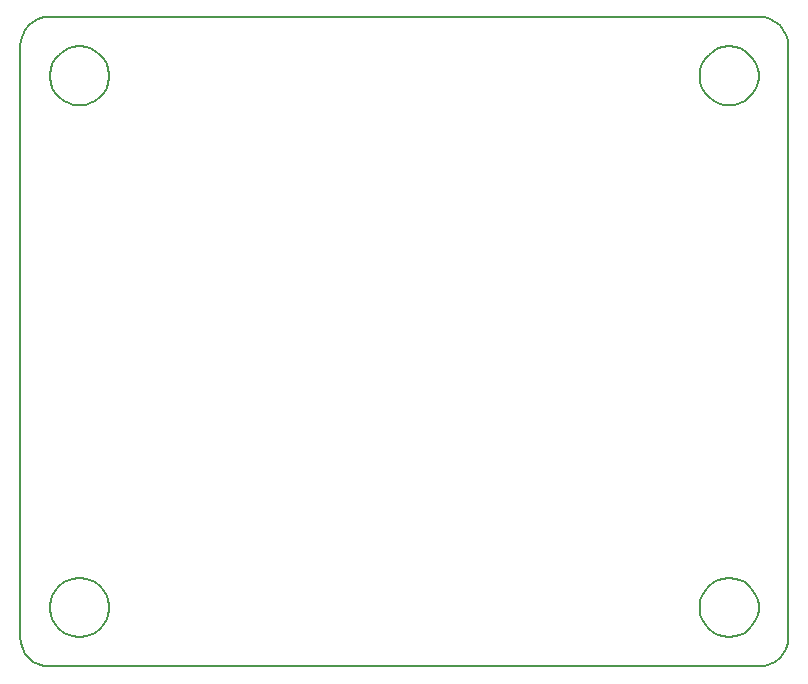
<source format=gbr>
G04 PROTEUS GERBER X2 FILE*
%TF.GenerationSoftware,Labcenter,Proteus,8.7-SP3-Build25561*%
%TF.CreationDate,2020-06-08T17:47:50+00:00*%
%TF.FileFunction,NonPlated,1,2,NPTH*%
%TF.FilePolarity,Positive*%
%TF.Part,Single*%
%TF.SameCoordinates,{25e8a378-ae3c-4486-9c29-23821959b247}*%
%FSLAX45Y45*%
%MOMM*%
G01*
%TA.AperFunction,Profile*%
%ADD29C,0.203200*%
%TD.AperFunction*%
D29*
X-6500000Y+250000D02*
X-6495026Y+198883D01*
X-6480713Y+151611D01*
X-6457977Y+109100D01*
X-6427734Y+72266D01*
X-6390900Y+42023D01*
X-6348389Y+19287D01*
X-6301117Y+4974D01*
X-6250000Y+0D01*
X-6500000Y+5250000D02*
X-6495026Y+5301117D01*
X-6480713Y+5348389D01*
X-6457977Y+5390900D01*
X-6427734Y+5427734D01*
X-6390900Y+5457977D01*
X-6348389Y+5480713D01*
X-6301117Y+5495026D01*
X-6250000Y+5500000D01*
X-250000Y+5500000D02*
X-198883Y+5495026D01*
X-151611Y+5480713D01*
X-109100Y+5457977D01*
X-72266Y+5427734D01*
X-42023Y+5390900D01*
X-19287Y+5348389D01*
X-4974Y+5301117D01*
X+0Y+5250000D01*
X-250000Y+0D02*
X-198883Y+4974D01*
X-151611Y+19287D01*
X-109100Y+42023D01*
X-72266Y+72266D01*
X-42023Y+109100D01*
X-19287Y+151611D01*
X-4974Y+198883D01*
X+0Y+250000D01*
X-5750000Y+5000000D02*
X-5750815Y+5020171D01*
X-5757434Y+5060514D01*
X-5771247Y+5100857D01*
X-5793693Y+5141200D01*
X-5827990Y+5181418D01*
X-5868333Y+5212518D01*
X-5908676Y+5232723D01*
X-5949019Y+5244747D01*
X-5989362Y+5249774D01*
X-6000000Y+5250000D01*
X-6250000Y+5000000D02*
X-6249185Y+5020171D01*
X-6242566Y+5060514D01*
X-6228753Y+5100857D01*
X-6206307Y+5141200D01*
X-6172010Y+5181418D01*
X-6131667Y+5212518D01*
X-6091324Y+5232723D01*
X-6050981Y+5244747D01*
X-6010638Y+5249774D01*
X-6000000Y+5250000D01*
X-6250000Y+5000000D02*
X-6249185Y+4979829D01*
X-6242566Y+4939486D01*
X-6228753Y+4899143D01*
X-6206307Y+4858800D01*
X-6172010Y+4818582D01*
X-6131667Y+4787482D01*
X-6091324Y+4767277D01*
X-6050981Y+4755253D01*
X-6010638Y+4750226D01*
X-6000000Y+4750000D01*
X-5750000Y+5000000D02*
X-5750815Y+4979829D01*
X-5757434Y+4939486D01*
X-5771247Y+4899143D01*
X-5793693Y+4858800D01*
X-5827990Y+4818582D01*
X-5868333Y+4787482D01*
X-5908676Y+4767277D01*
X-5949019Y+4755253D01*
X-5989362Y+4750226D01*
X-6000000Y+4750000D01*
X-250000Y+5000000D02*
X-250815Y+5020171D01*
X-257434Y+5060514D01*
X-271247Y+5100857D01*
X-293693Y+5141200D01*
X-327990Y+5181418D01*
X-368333Y+5212518D01*
X-408676Y+5232723D01*
X-449019Y+5244747D01*
X-489362Y+5249774D01*
X-500000Y+5250000D01*
X-750000Y+5000000D02*
X-749185Y+5020171D01*
X-742566Y+5060514D01*
X-728753Y+5100857D01*
X-706307Y+5141200D01*
X-672010Y+5181418D01*
X-631667Y+5212518D01*
X-591324Y+5232723D01*
X-550981Y+5244747D01*
X-510638Y+5249774D01*
X-500000Y+5250000D01*
X-750000Y+5000000D02*
X-749185Y+4979829D01*
X-742566Y+4939486D01*
X-728753Y+4899143D01*
X-706307Y+4858800D01*
X-672010Y+4818582D01*
X-631667Y+4787482D01*
X-591324Y+4767277D01*
X-550981Y+4755253D01*
X-510638Y+4750226D01*
X-500000Y+4750000D01*
X-250000Y+5000000D02*
X-250815Y+4979829D01*
X-257434Y+4939486D01*
X-271247Y+4899143D01*
X-293693Y+4858800D01*
X-327990Y+4818582D01*
X-368333Y+4787482D01*
X-408676Y+4767277D01*
X-449019Y+4755253D01*
X-489362Y+4750226D01*
X-500000Y+4750000D01*
X-250000Y+500000D02*
X-250815Y+520171D01*
X-257434Y+560514D01*
X-271247Y+600857D01*
X-293693Y+641200D01*
X-327990Y+681418D01*
X-368333Y+712518D01*
X-408676Y+732723D01*
X-449019Y+744747D01*
X-489362Y+749774D01*
X-500000Y+750000D01*
X-750000Y+500000D02*
X-749185Y+520171D01*
X-742566Y+560514D01*
X-728753Y+600857D01*
X-706307Y+641200D01*
X-672010Y+681418D01*
X-631667Y+712518D01*
X-591324Y+732723D01*
X-550981Y+744747D01*
X-510638Y+749774D01*
X-500000Y+750000D01*
X-750000Y+500000D02*
X-749185Y+479829D01*
X-742566Y+439486D01*
X-728753Y+399143D01*
X-706307Y+358800D01*
X-672010Y+318582D01*
X-631667Y+287482D01*
X-591324Y+267277D01*
X-550981Y+255253D01*
X-510638Y+250226D01*
X-500000Y+250000D01*
X-250000Y+500000D02*
X-250815Y+479829D01*
X-257434Y+439486D01*
X-271247Y+399143D01*
X-293693Y+358800D01*
X-327990Y+318582D01*
X-368333Y+287482D01*
X-408676Y+267277D01*
X-449019Y+255253D01*
X-489362Y+250226D01*
X-500000Y+250000D01*
X-5750000Y+500000D02*
X-5750815Y+520171D01*
X-5757434Y+560514D01*
X-5771247Y+600857D01*
X-5793693Y+641200D01*
X-5827990Y+681418D01*
X-5868333Y+712518D01*
X-5908676Y+732723D01*
X-5949019Y+744747D01*
X-5989362Y+749774D01*
X-6000000Y+750000D01*
X-6250000Y+500000D02*
X-6249185Y+520171D01*
X-6242566Y+560514D01*
X-6228753Y+600857D01*
X-6206307Y+641200D01*
X-6172010Y+681418D01*
X-6131667Y+712518D01*
X-6091324Y+732723D01*
X-6050981Y+744747D01*
X-6010638Y+749774D01*
X-6000000Y+750000D01*
X-6250000Y+500000D02*
X-6249185Y+479829D01*
X-6242566Y+439486D01*
X-6228753Y+399143D01*
X-6206307Y+358800D01*
X-6172010Y+318582D01*
X-6131667Y+287482D01*
X-6091324Y+267277D01*
X-6050981Y+255253D01*
X-6010638Y+250226D01*
X-6000000Y+250000D01*
X-5750000Y+500000D02*
X-5750815Y+479829D01*
X-5757434Y+439486D01*
X-5771247Y+399143D01*
X-5793693Y+358800D01*
X-5827990Y+318582D01*
X-5868333Y+287482D01*
X-5908676Y+267277D01*
X-5949019Y+255253D01*
X-5989362Y+250226D01*
X-6000000Y+250000D01*
X-6500000Y+250000D02*
X-6500000Y+5250000D01*
X-6250000Y+5500000D02*
X-250000Y+5500000D01*
X+0Y+5250000D02*
X+0Y+250000D01*
X-250000Y+0D02*
X-6250000Y+0D01*
M02*

</source>
